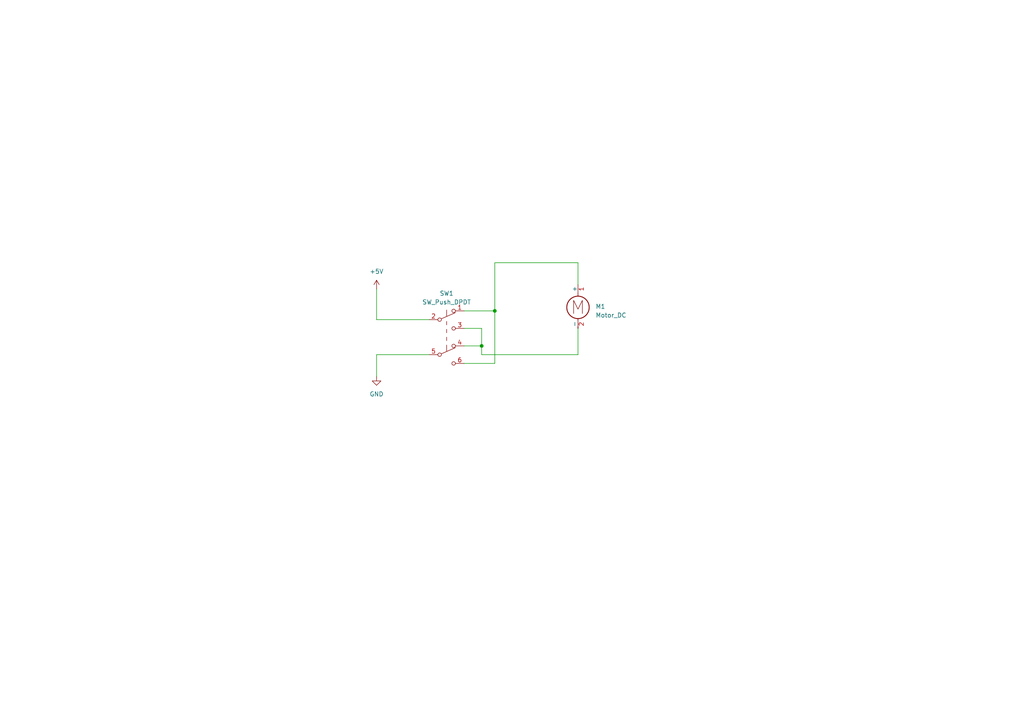
<source format=kicad_sch>
(kicad_sch (version 20230121) (generator eeschema)
  (paper "A4")
  (lib_symbols
    (symbol "Motor:Motor_DC" (pin_names (offset 0))
      (property "Reference" "M" (at 2.54 2.54 0))
      (property "Value" "Motor_DC" (at 2.54 -5.08 0))
      (symbol "Motor_DC_0_0"
        (polyline (pts (xy -1.27 -3.302) (xy -1.27 0.508) (xy 0 -2.032) (xy 1.27 0.508) (xy 1.27 -3.302)))
      )
      (symbol "Motor_DC_0_1"
        (circle (center 0 -1.524) (radius 3.2512) (stroke (width 0.254)))
        (polyline (pts (xy 0 -7.62) (xy 0 -7.112)))
        (polyline (pts (xy 0 -4.7752) (xy 0 -5.1816)))
        (polyline (pts (xy 0 1.7272) (xy 0 2.0828)))
        (polyline (pts (xy 0 2.032) (xy 0 2.54)))
      )
      (symbol "Motor_DC_1_1"
        (pin passive line (at 0 5.08 270) (length 2.54) (name "+") (number "1"))
        (pin passive line (at 0 -7.62 90) (length 2.54) (name "-") (number "2"))
      )
    )
    (symbol "Switch:SW_Push_DPDT" (pin_names (offset 0) hide)
      (property "Reference" "SW" (at 0 8.89 0))
      (property "Value" "SW_Push_DPDT" (at 0 -10.16 0))
      (symbol "SW_Push_DPDT_0_0"
        (circle (center -2.032 -5.08) (radius 0.508))
        (circle (center -2.032 5.08) (radius 0.508))
        (circle (center 2.032 -7.62) (radius 0.508))
        (circle (center 2.032 2.54) (radius 0.508))
      )
      (symbol "SW_Push_DPDT_0_1"
        (polyline (pts (xy -1.524 -4.826) (xy 2.54 -3.048)))
        (polyline (pts (xy -1.524 5.334) (xy 2.54 7.112)))
        (polyline (pts (xy 0 -2.286) (xy 0 -4.064)))
        (polyline (pts (xy 0 -1.016) (xy 0 0)))
        (polyline (pts (xy 0 1.27) (xy 0 2.286)))
        (polyline (pts (xy 0 3.556) (xy 0 4.572)))
        (polyline (pts (xy 0 7.874) (xy 0 6.096)))
        (circle (center 2.032 -2.54) (radius 0.508))
        (circle (center 2.032 7.62) (radius 0.508))
      )
      (symbol "SW_Push_DPDT_1_1"
        (pin passive line (at 5.08 7.62 180) (length 2.54) (name "A") (number "1"))
        (pin passive line (at -5.08 5.08 0) (length 2.54) (name "B") (number "2"))
        (pin passive line (at 5.08 2.54 180) (length 2.54) (name "C") (number "3"))
        (pin passive line (at 5.08 -2.54 180) (length 2.54) (name "A") (number "4"))
        (pin passive line (at -5.08 -5.08 0) (length 2.54) (name "B") (number "5"))
        (pin passive line (at 5.08 -7.62 180) (length 2.54) (name "C") (number "6"))
      )
    )
    (symbol "power:+5V" (power) (pin_names (offset 0))
      (property "Value" "+5V" (at 0 3.556 0))
      (symbol "+5V_0_1"
        (polyline (pts (xy -0.762 1.27) (xy 0 2.54)))
        (polyline (pts (xy 0 0) (xy 0 2.54)))
        (polyline (pts (xy 0 2.54) (xy 0.762 1.27)))
      )
      (symbol "+5V_1_1"
        (pin power_in line (at 0 0 90) (length 0) hide (name "+5V") (number "1"))
      )
    )
    (symbol "power:GND" (power) (pin_names (offset 0))
      (property "Value" "GND" (at 0 -3.81 0))
      (symbol "GND_0_1"
        (polyline (pts (xy 0 0) (xy 0 -1.27) (xy 1.27 -1.27) (xy 0 -2.54) (xy -1.27 -1.27) (xy 0 -1.27)))
      )
      (symbol "GND_1_1"
        (pin power_in line (at 0 0 270) (length 0) hide (name "GND") (number "1"))
      )
    )
  )
  (junction (at 139.7 100.33))
  (junction (at 143.51 90.17))
  (wire (pts (xy 109.22 102.87) (xy 109.22 109.22)))
  (wire (pts (xy 143.51 76.2) (xy 143.51 90.17)))
  (wire (pts (xy 167.64 76.2) (xy 143.51 76.2)))
  (wire (pts (xy 134.62 90.17) (xy 143.51 90.17)))
  (wire (pts (xy 139.7 95.25) (xy 139.7 100.33)))
  (wire (pts (xy 109.22 83.82) (xy 109.22 92.71)))
  (wire (pts (xy 134.62 95.25) (xy 139.7 95.25)))
  (wire (pts (xy 143.51 105.41) (xy 143.51 90.17)))
  (wire (pts (xy 134.62 105.41) (xy 143.51 105.41)))
  (wire (pts (xy 109.22 92.71) (xy 124.46 92.71)))
  (wire (pts (xy 134.62 100.33) (xy 139.7 100.33)))
  (wire (pts (xy 167.64 95.25) (xy 167.64 102.87)))
  (wire (pts (xy 167.64 76.2) (xy 167.64 82.55)))
  (wire (pts (xy 109.22 102.87) (xy 124.46 102.87)))
  (wire (pts (xy 139.7 100.33) (xy 139.7 102.87)))
  (wire (pts (xy 139.7 102.87) (xy 167.64 102.87)))
  (symbol (lib_id "power:+5V") (at 109.22 83.82 0) (unit 1)
    (property "Reference" "#PWR01" (effects hide))
    (property "Value" "+5V" (at 109.22 78.74 0))
  )
  (symbol (lib_id "power:GND") (at 109.22 109.22 0) (unit 1)
    (property "Reference" "#PWR02" (effects hide))
    (property "Value" "GND" (at 109.22 114.3 0))
  )
  (symbol (lib_id "Switch:SW_Push_DPDT") (at 129.54 97.79 0) (unit 1)
    (property "Reference" "SW1" (at 129.54 85.09 0))
    (property "Value" "SW_Push_DPDT" (at 129.54 87.63 0))
  )
  (symbol (lib_id "Motor:Motor_DC") (at 167.64 87.63 0) (unit 1)
    (property "Reference" "M1" (at 172.72 88.9 0) (effects (justify left)))
    (property "Value" "Motor_DC" (at 172.72 91.44 0) (effects (justify left)))
  )
)
</source>
